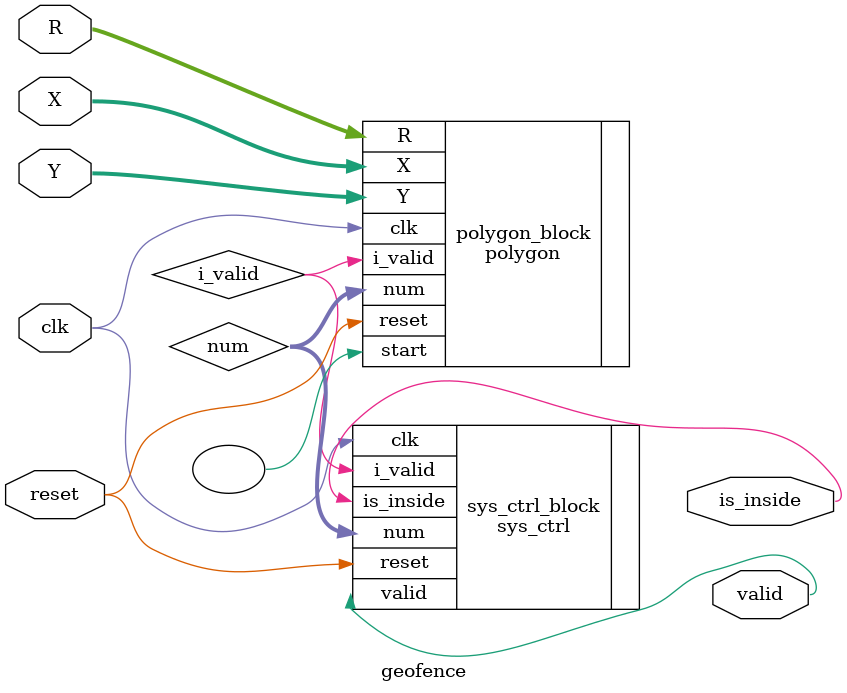
<source format=v>
module geofence ( clk,reset,X,Y,R,valid,is_inside);
input clk;
input reset;
input [9:0] X;
input [9:0] Y;
input [10:0] R;
output valid;
output is_inside;

wire [2:0] num;
wire i_valid;

sys_ctrl sys_ctrl_block(
    .clk        (clk),
    .reset      (reset),
    .valid      (valid),
    .is_inside  (is_inside),
    .num        (num),
    .i_valid    (i_valid)
);

polygon polygon_block(
    .clk        (clk),
    .reset      (reset),
    .X          (X),
    .Y          (Y),
    .R          (R),
    .num        (num),
    .i_valid    (i_valid),
    .start      ()
);

endmodule


</source>
